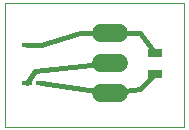
<source format=gtl>
G75*
%MOIN*%
%OFA0B0*%
%FSLAX24Y24*%
%IPPOS*%
%LPD*%
%AMOC8*
5,1,8,0,0,1.08239X$1,22.5*
%
%ADD10C,0.0000*%
%ADD11R,0.0320X0.0160*%
%ADD12C,0.0600*%
%ADD13R,0.0472X0.0315*%
%ADD14C,0.0160*%
D10*
X000100Y000100D02*
X000100Y004221D01*
X006095Y004221D01*
X006095Y000100D01*
X000100Y000100D01*
D11*
X000864Y001575D03*
X001317Y001575D03*
X001317Y002835D03*
X000864Y002835D03*
D12*
X003300Y003225D02*
X003900Y003225D01*
X003900Y002225D02*
X003300Y002225D01*
X003300Y001225D02*
X003900Y001225D01*
D13*
X005100Y001871D03*
X005100Y002579D03*
D14*
X004600Y003225D01*
X003600Y003225D01*
X002600Y003225D01*
X001317Y002835D01*
X000864Y002835D01*
X001100Y001975D02*
X003600Y002225D01*
X003600Y001225D02*
X004600Y001371D01*
X005100Y001871D01*
X003600Y001225D02*
X001317Y001575D01*
X000864Y001575D02*
X001100Y001975D01*
M02*

</source>
